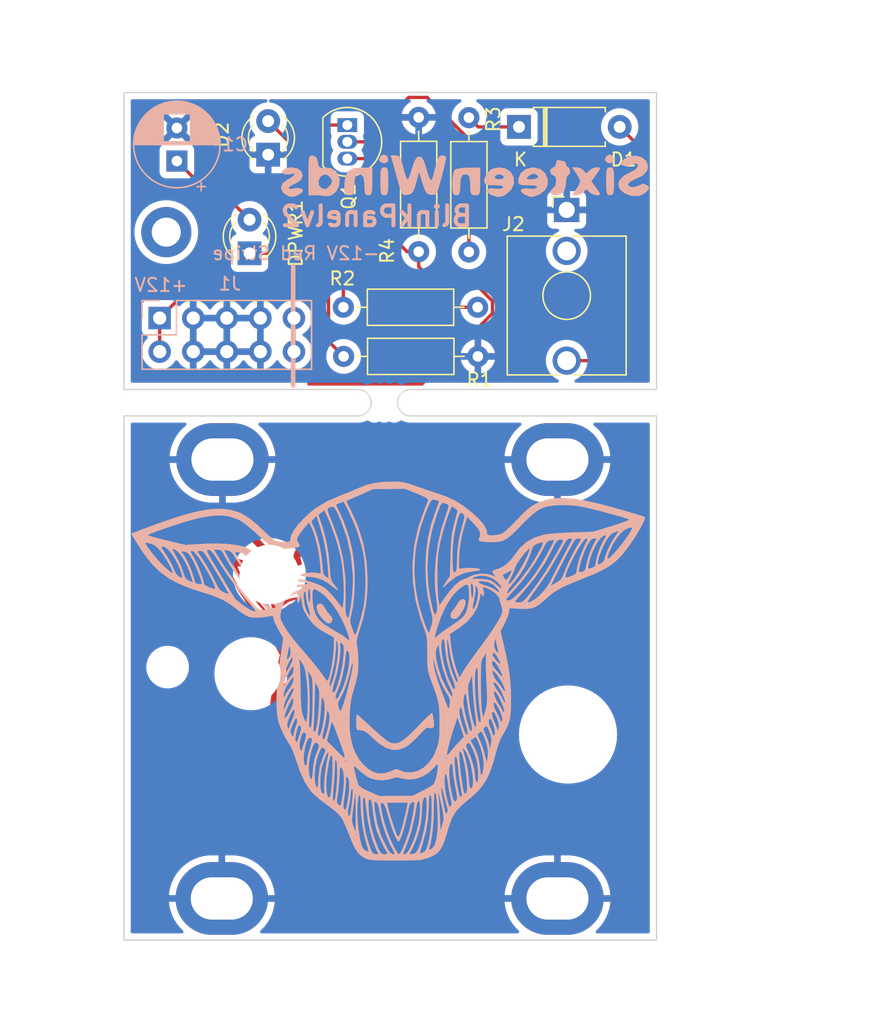
<source format=kicad_pcb>
(kicad_pcb (version 20211014) (generator pcbnew)
  (layers (0 "F.Cu" signal) (31 "B.Cu" signal) (34 "B.Paste" user) (35 "F.Paste" user) (36 "B.SilkS" user "B.Silkscreen") (37 "F.SilkS" user "F.Silkscreen") (38 "B.Mask" user) (39 "F.Mask" user) (44 "Edge.Cuts" user))
  (net 0 "")
  (net 1 "Net-(D1-Pad1)")
  (net 2 "+12V")
  (net 3 "Net-(Q1-Pad2)")
  (net 4 "Net-(DPWR1-Pad1)")
  (net 5 "CLOCK")
  (net 6 "Net-(D1-Pad2)")
  (net 7 "GND")
  (net 8 "Net-(D2-Pad2)")
  (net 9 "-12V")
  (footprint "Diode_THT:D_A-405_P7.62mm_Horizontal" (layer "F.Cu") (at 54.39 32.1)
    (fp_text reference "D1")
    (fp_text value "1N4148")
  )
  (footprint "Resistor_THT:R_Axial_DIN0207_L6.3mm_D2.5mm_P10.16mm_Horizontal" (layer "F.Cu") (at 46.8 41.54 90)
    (fp_text reference "R4")
    (fp_text value "10k")
  )
  (footprint "ArtworkFootprints:SheepCopper" (layer "F.Cu") (at 44.944627 73.336558)
    (fp_text reference "G***" hide)
    (fp_text value "LOGO" hide)
  )
  (footprint "Panelization:mouse-bite-2mm-slot" (layer "F.Cu") (at 44.2 52.96)
    (fp_text reference "mouse-bite-2mm-slot" hide)
    (fp_text value "VAL**" hide)
  )
  (footprint "Resistor_THT:R_Axial_DIN0207_L6.3mm_D2.5mm_P10.16mm_Horizontal" (layer "F.Cu") (at 41.12 49.46)
    (fp_text reference "R1")
    (fp_text value "2000")
  )
  (footprint "Connector_Audio:Jack_3.5mm_QingPu_WQP-PJ398SM_Vertical_CircularHoles" (layer "F.Cu") (at 58 38.38)
    (fp_text reference "J2")
    (fp_text value "CLOCK_IN")
  )
  (footprint "MountingHole:MountingHole_4.5mm" (layer "F.Cu") (at 34.1 73.46)
    (fp_text reference "REF**" hide)
    (fp_text value "MountingHole_4.5mm")
  )
  (footprint "LED_THT:LED_D3.0mm" (layer "F.Cu") (at 34 41.66 90)
    (fp_text reference "DPWR1")
    (fp_text value "LED")
  )
  (footprint "MountingHole:MountingHole_3.2mm_M3_IntellijelOval_Pad" (layer "F.Cu") (at 31.95 57.26)
    (fp_text reference "H3" hide)
    (fp_text value "MountingHole_Pad")
  )
  (footprint "Package_TO_SOT_THT:TO-92_Inline" (layer "F.Cu") (at 41.4 31.96 -90)
    (fp_text reference "Q1")
    (fp_text value "2N3904")
  )
  (footprint "MountingHole:MountingHole_3.2mm_M3_IntellijelOval_Pad" (layer "F.Cu") (at 31.9 90.46)
    (fp_text reference "H4" hide)
    (fp_text value "MountingHole_Pad")
  )
  (footprint "MountingHole:MountingHole_6.4mm_M6" (layer "F.Cu") (at 58.1 78.06)
    (fp_text reference "REF**" hide)
    (fp_text value "MountingHole_6.4mm_M6")
  )
  (footprint "MountingHole:MountingHole_3.2mm_M3_IntellijelOval_Pad" (layer "F.Cu") (at 57.3 90.46)
    (fp_text reference "H1" hide)
    (fp_text value "MountingHole_Pad")
  )
  (footprint "LED_THT:LED_D3.0mm" (layer "F.Cu") (at 35.41 34.2 90)
    (fp_text reference "D2")
    (fp_text value "LED")
  )
  (footprint "Resistor_THT:R_Axial_DIN0207_L6.3mm_D2.5mm_P10.16mm_Horizontal" (layer "F.Cu") (at 51.26 45.74 180)
    (fp_text reference "R2")
    (fp_text value "2000")
  )
  (footprint "Resistor_THT:R_Axial_DIN0207_L6.3mm_D2.5mm_P10.16mm_Horizontal" (layer "F.Cu") (at 50.6 41.56 90)
    (fp_text reference "R3")
    (fp_text value "47K")
  )
  (footprint "MountingHole:MountingHole_2.2mm_M2" (layer "F.Cu") (at 27.8 72.96)
    (fp_text reference "REF**" hide)
    (fp_text value "MountingHole_2.2mm_M2")
  )
  (footprint "MountingHole:MountingHole_3.2mm_M3_IntellijelOval_Pad" (layer "F.Cu") (at 57.3 57.26)
    (fp_text reference "H2" hide)
    (fp_text value "MountingHole_Pad")
  )
  (footprint "MountingHole:MountingHole_4.5mm" (layer "F.Cu") (at 35.5 65.96)
    (fp_text reference "REF**" hide)
    (fp_text value "MountingHole_4.5mm")
  )
  (footprint "MountingHole:MountingHole_2.2mm_M2_DIN965_Pad_TopBottom" (layer "F.Cu") (at 27.7 40.06)
    (fp_text reference "REF**" hide)
    (fp_text value "MountingHole_2.2mm_M2_DIN965_Pad_TopBottom" hide)
  )
  (footprint "ArtworkFootprints:SixteenWinds" (layer "B.Cu") (at 50.4 35.76 180)
    (fp_text reference "G***" hide)
    (fp_text value "LOGO" hide)
  )
  (footprint "Connector_PinHeader_2.54mm:PinHeader_2x05_P2.54mm_Vertical" (layer "B.Cu") (at 27.2 46.56 -90)
    (fp_text reference "J1")
    (fp_text value "Conn_02x05_Odd_Even")
  )
  (footprint "Capacitor_THT:CP_Radial_D6.3mm_P2.50mm" (layer "B.Cu") (at 28.5 34.682379 90)
    (fp_text reference "C1")
    (fp_text value "47uf")
  )
  (footprint "ArtworkFootprints:SheepSilk" (layer "B.Cu") (at 44.355373 71.536558 180)
    (fp_text reference "G***" hide)
    (fp_text value "LOGO" hide)
  )
  (gr_line (start 37.3 51.66) (end 37.3 42.66) (layer "B.SilkS") (width 0.35))
  (gr_line locked (start 24.5 53.96) (end 42.2 53.96) (layer "Edge.Cuts") (width 0.1))
  (gr_line locked (start 46.2 51.96) (end 64.8 51.96) (layer "Edge.Cuts") (width 0.1))
  (gr_arc (start 42.2 51.96) (mid 43.2 52.96) (end 42.2 53.96) (layer "Edge.Cuts") (width 0.1))
  (gr_line locked (start 64.8 93.61) (end 64.8 53.96) (layer "Edge.Cuts") (width 0.1))
  (gr_line locked (start 64.8 29.5) (end 24.5 29.5) (layer "Edge.Cuts") (width 0.1))
  (gr_line locked (start 46.2 53.96) (end 64.8 53.96) (layer "Edge.Cuts") (width 0.1))
  (gr_line locked (start 24.5 53.96) (end 24.5 93.61) (layer "Edge.Cuts") (width 0.1))
  (gr_line locked (start 24.5 51.96) (end 42.2 51.96) (layer "Edge.Cuts") (width 0.1))
  (gr_arc (start 46.2 53.96) (mid 45.2 52.96) (end 46.2 51.96) (layer "Edge.Cuts") (width 0.1))
  (gr_line locked (start 24.5 93.61) (end 64.8 93.61) (layer "Edge.Cuts") (width 0.1))
  (gr_line locked (start 24.5 29.5) (end 24.5 51.96) (layer "Edge.Cuts") (width 0.1))
  (gr_line locked (start 64.8 29.5) (end 64.8 51.96) (layer "Edge.Cuts") (width 0.1))
  (gr_text "+12V" (at 27.3 44.06) (layer "B.SilkS") (effects (font (size 1 1)) (justify mirror)))
  (gr_text "BlinkPanelv2" (at 43.6 38.86) (layer "B.SilkS") (effects (font (size 1.5 1.5) (thickness 0.3)) (justify mirror)))
  (gr_text "-12V Red Stripe" (at 37.5 41.66) (layer "B.SilkS") (effects (font (size 1 1)) (justify mirror)))
  (segment (start 54.39 32.1) (end 51.3 32.1) (width 0.25) (layer "F.Cu") (net 1))
  (segment (start 51.3 32.1) (end 50.6 31.4) (width 0.25) (layer "F.Cu") (net 1))
  (segment (start 44.26 34.5) (end 48.82 39.06) (width 0.25) (layer "F.Cu") (net 2))
  (segment (start 38.75 44.8) (end 37.98 44.03) (width 0.25) (layer "F.Cu") (net 2))
  (segment (start 50.4303 43.32) (end 52.384511 45.274211) (width 0.25) (layer "F.Cu") (net 2))
  (segment (start 48.82 39.06) (end 48.82 43.32) (width 0.25) (layer "F.Cu") (net 2))
  (segment (start 52.384511 46.205789) (end 47.0503 51.54) (width 0.25) (layer "F.Cu") (net 2))
  (segment (start 31.027621 42.732379) (end 31.027621 37.21) (width 0.25) (layer "F.Cu") (net 2))
  (segment (start 47.0503 51.54) (end 38.49 51.54) (width 0.25) (layer "F.Cu") (net 2))
  (segment (start 32.09 37.21) (end 31.027621 37.21) (width 0.25) (layer "F.Cu") (net 2))
  (segment (start 29.73 44.03) (end 31.027621 42.732379) (width 0.25) (layer "F.Cu") (net 2))
  (segment (start 27.2 46.56) (end 29.73 44.03) (width 0.25) (layer "F.Cu") (net 2))
  (segment (start 34 39.12) (end 32.09 37.21) (width 0.25) (layer "F.Cu") (net 2))
  (segment (start 38.75 51.28) (end 38.75 44.8) (width 0.25) (layer "F.Cu") (net 2))
  (segment (start 37.98 44.03) (end 29.73 44.03) (width 0.25) (layer "F.Cu") (net 2))
  (segment (start 52.384511 45.274211) (end 52.384511 46.205789) (width 0.25) (layer "F.Cu") (net 2))
  (segment (start 27.2 49.1) (end 27.2 46.56) (width 0.25) (layer "F.Cu") (net 2))
  (segment (start 38.49 51.54) (end 38.75 51.28) (width 0.25) (layer "F.Cu") (net 2))
  (segment (start 41.4 34.5) (end 44.26 34.5) (width 0.25) (layer "F.Cu") (net 2))
  (segment (start 48.82 43.32) (end 50.4303 43.32) (width 0.25) (layer "F.Cu") (net 2))
  (segment (start 31.027621 37.21) (end 28.5 34.682379) (width 0.25) (layer "F.Cu") (net 2))
  (segment (start 46.039511 29.87) (end 42.679511 33.23) (width 0.25) (layer "F.Cu") (net 3))
  (segment (start 50.6 41.56) (end 50.6 33.03) (width 0.25) (layer "F.Cu") (net 3))
  (segment (start 47.44 29.87) (end 46.039511 29.87) (width 0.25) (layer "F.Cu") (net 3))
  (segment (start 42.679511 33.23) (end 42.2 33.23) (width 0.25) (layer "F.Cu") (net 3))
  (segment (start 50.6 33.03) (end 47.44 29.87) (width 0.25) (layer "F.Cu") (net 3))
  (segment (start 39.975489 48.315489) (end 39.975489 42.135489) (width 0.25) (layer "F.Cu") (net 4))
  (segment (start 39.975489 42.135489) (end 39.5 41.66) (width 0.25) (layer "F.Cu") (net 4))
  (segment (start 39.5 41.66) (end 34 41.66) (width 0.25) (layer "F.Cu") (net 4))
  (segment (start 41.12 49.46) (end 39.975489 48.315489) (width 0.25) (layer "F.Cu") (net 4))
  (segment (start 41.4 31.96) (end 39.93 31.96) (width 0.25) (layer "F.Cu") (net 5))
  (segment (start 46.8 42.67137) (end 49.86863 45.74) (width 0.25) (layer "F.Cu") (net 5))
  (segment (start 49.86863 45.74) (end 51.26 45.74) (width 0.25) (layer "F.Cu") (net 5))
  (segment (start 46.8 41.54) (end 46.8 42.67137) (width 0.25) (layer "F.Cu") (net 5))
  (segment (start 45.925718 41.54) (end 46.8 41.54) (width 0.25) (layer "F.Cu") (net 5))
  (segment (start 39.93 31.96) (end 38.137859 33.752141) (width 0.25) (layer "F.Cu") (net 5))
  (segment (start 38.137859 33.752141) (end 45.925718 41.54) (width 0.25) (layer "F.Cu") (net 5))
  (segment (start 63.18 49.78) (end 63.4 49.56) (width 0.25) (layer "F.Cu") (net 6))
  (segment (start 63.4 33.49) (end 62.01 32.1) (width 0.25) (layer "F.Cu") (net 6))
  (segment (start 58 49.78) (end 63.18 49.78) (width 0.25) (layer "F.Cu") (net 6))
  (segment (start 63.4 49.56) (end 63.4 33.49) (width 0.25) (layer "F.Cu") (net 6))
  (segment (start 41.1 45.74) (end 41.1 37.35) (width 0.25) (layer "F.Cu") (net 8))
  (segment (start 41.1 37.35) (end 35.41 31.66) (width 0.25) (layer "F.Cu") (net 8))
  (segment (start 37.36 49.1) (end 37.36 46.56) (width 0.25) (layer "F.Cu") (net 9))
  (zone (net 7) (net_name "GND") (layer "B.Cu") (connect_pads (clearance 0.508)) (min_thickness 0.254) (fill yes (thermal_gap 0.508) (thermal_bridge_width 0.508))
    (polygon (pts (xy 64.5 29.5) (xy 64.5 52) (xy 24.5 52) (xy 24.5 29.5)))
  )
  (zone (net 7) (net_name "GND") (layer "B.Cu") (connect_pads (clearance 0.508)) (min_thickness 0.254) (fill yes (thermal_gap 0.508) (thermal_bridge_width 0.508))
    (polygon (pts (xy 64.5 93.96) (xy 24.5 93.96) (xy 24.5 53.96) (xy 64.5 53.96)))
  )
)
</source>
